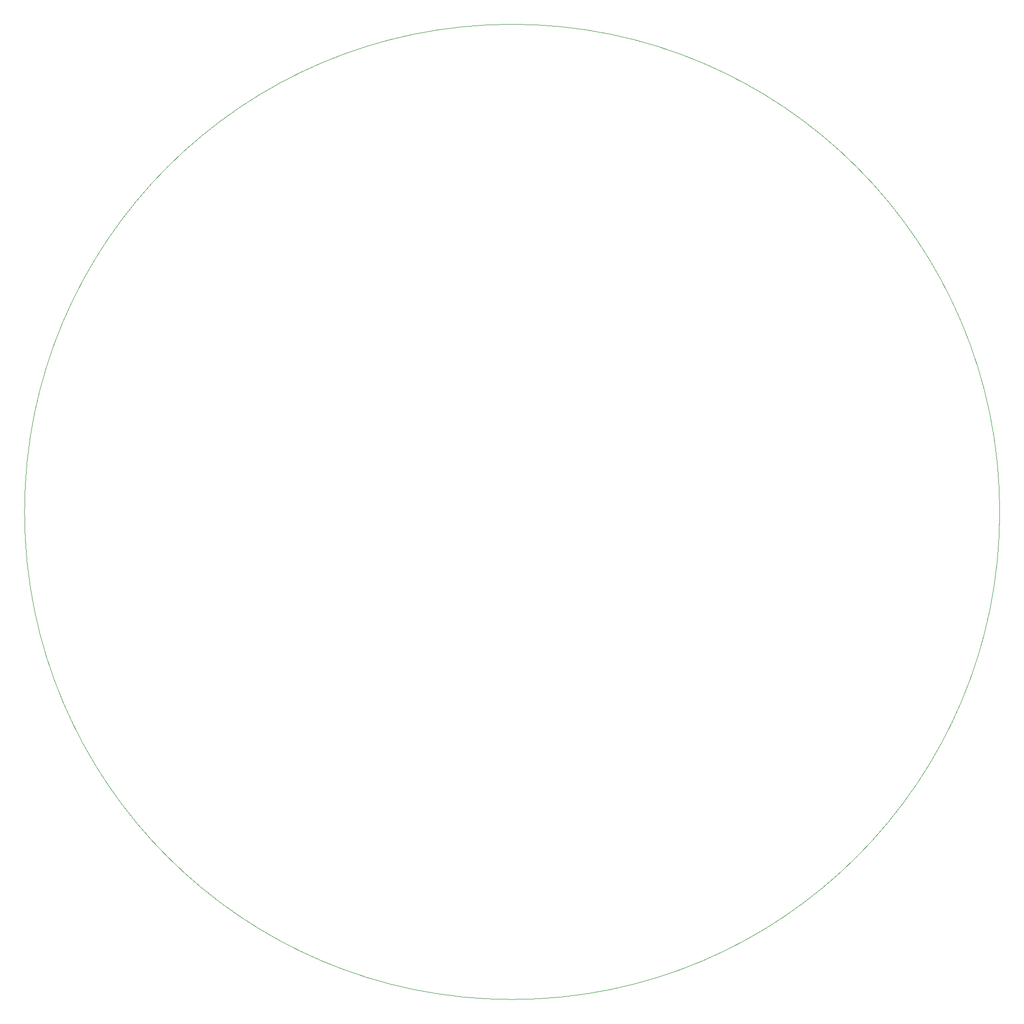
<source format=gbr>
G04 #@! TF.GenerationSoftware,KiCad,Pcbnew,(5.1.2)-2*
G04 #@! TF.CreationDate,2019-08-27T13:21:09+07:00*
G04 #@! TF.ProjectId,clock_7segment,636c6f63-6b5f-4377-9365-676d656e742e,rev?*
G04 #@! TF.SameCoordinates,Original*
G04 #@! TF.FileFunction,Profile,NP*
%FSLAX46Y46*%
G04 Gerber Fmt 4.6, Leading zero omitted, Abs format (unit mm)*
G04 Created by KiCad (PCBNEW (5.1.2)-2) date 2019-08-27 13:21:09*
%MOMM*%
%LPD*%
G04 APERTURE LIST*
%ADD10C,0.050000*%
G04 APERTURE END LIST*
D10*
X214451396Y-118872000D02*
G75*
G03X214451396Y-118872000I-83895396J0D01*
G01*
M02*

</source>
